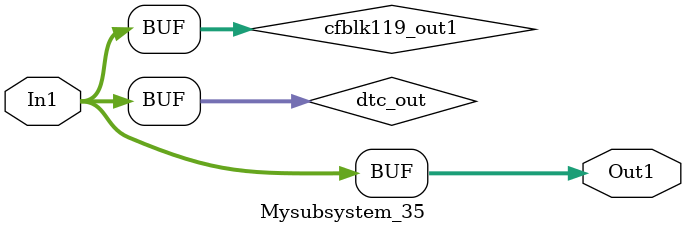
<source format=v>



`timescale 1 ns / 1 ns

module Mysubsystem_35
          (In1,
           Out1);


  input   [7:0] In1;  // uint8
  output  [7:0] Out1;  // uint8


  wire [7:0] dtc_out;  // ufix8
  wire [7:0] cfblk119_out1;  // uint8


  assign dtc_out = In1;



  assign cfblk119_out1 = dtc_out;



  assign Out1 = cfblk119_out1;

endmodule  // Mysubsystem_35


</source>
